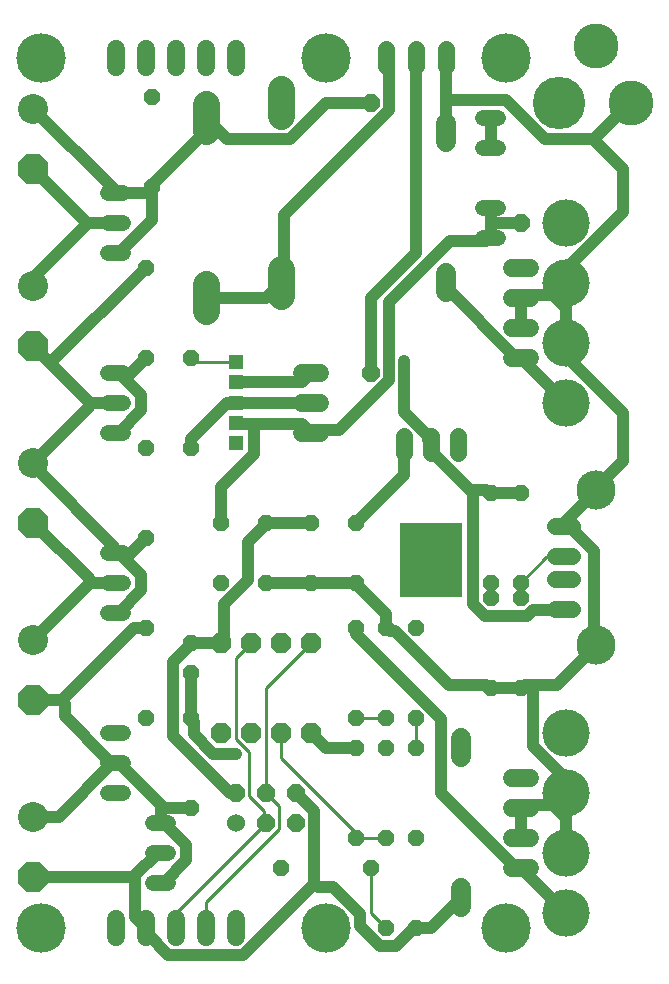
<source format=gtl>
G75*
%MOIN*%
%OFA0B0*%
%FSLAX24Y24*%
%IPPOS*%
%LPD*%
%AMOC8*
5,1,8,0,0,1.08239X$1,22.5*
%
%ADD10C,0.1000*%
%ADD11OC8,0.1000*%
%ADD12OC8,0.0520*%
%ADD13C,0.0520*%
%ADD14OC8,0.0600*%
%ADD15C,0.0560*%
%ADD16C,0.0885*%
%ADD17R,0.0515X0.0515*%
%ADD18OC8,0.0680*%
%ADD19C,0.0550*%
%ADD20R,0.2100X0.2450*%
%ADD21C,0.0600*%
%ADD22C,0.1575*%
%ADD23C,0.1650*%
%ADD24C,0.1750*%
%ADD25C,0.1500*%
%ADD26C,0.0600*%
%ADD27C,0.0574*%
%ADD28C,0.1306*%
%ADD29C,0.0660*%
%ADD30C,0.0400*%
%ADD31C,0.0400*%
%ADD32C,0.0100*%
D10*
X002880Y005880D03*
X002880Y011780D03*
X002880Y017680D03*
X002880Y023580D03*
X002880Y029480D03*
D11*
X002880Y027480D03*
X002880Y021580D03*
X002880Y015680D03*
X002880Y009780D03*
X002880Y003880D03*
D12*
X006630Y009180D03*
X008130Y009180D03*
X008130Y010680D03*
X008130Y011680D03*
X006630Y012180D03*
X009130Y013680D03*
X010630Y013680D03*
X012130Y013680D03*
X013630Y013680D03*
X013630Y012180D03*
X014630Y012180D03*
X015630Y012180D03*
X018130Y013180D03*
X018130Y013680D03*
X019130Y013680D03*
X019130Y013180D03*
X019130Y010180D03*
X018130Y010180D03*
X015630Y009180D03*
X015630Y008180D03*
X014630Y008180D03*
X014630Y009180D03*
X013630Y009180D03*
X013630Y008180D03*
X013630Y005180D03*
X014130Y004180D03*
X014630Y005180D03*
X015630Y005180D03*
X015630Y002180D03*
X014630Y002180D03*
X011130Y004180D03*
X008130Y006180D03*
X006630Y015180D03*
X009130Y015680D03*
X010630Y015680D03*
X012130Y015680D03*
X013630Y015680D03*
X018130Y016680D03*
X019130Y016680D03*
X008130Y018180D03*
X006630Y018180D03*
X006630Y021180D03*
X008130Y021180D03*
X006630Y024180D03*
X006830Y026880D03*
X006830Y029880D03*
D13*
X005890Y026680D02*
X005370Y026680D01*
X005370Y025680D02*
X005890Y025680D01*
X005890Y024680D02*
X005370Y024680D01*
X005370Y020680D02*
X005890Y020680D01*
X005890Y019680D02*
X005370Y019680D01*
X005370Y018680D02*
X005890Y018680D01*
X005890Y014680D02*
X005370Y014680D01*
X005370Y013680D02*
X005890Y013680D01*
X005890Y012680D02*
X005370Y012680D01*
X005370Y008680D02*
X005890Y008680D01*
X005890Y007680D02*
X005370Y007680D01*
X005370Y006680D02*
X005890Y006680D01*
X006870Y005680D02*
X007390Y005680D01*
X007390Y004680D02*
X006870Y004680D01*
X006870Y003680D02*
X007390Y003680D01*
X017870Y025180D02*
X018390Y025180D01*
X018390Y026180D02*
X017870Y026180D01*
X017870Y028180D02*
X018390Y028180D01*
X018390Y029180D02*
X017870Y029180D01*
D14*
X019130Y025680D03*
X014130Y029680D03*
X014130Y020680D03*
X011630Y006680D03*
X011630Y005680D03*
X010630Y005680D03*
X010630Y006680D03*
X009630Y006680D03*
D15*
X014630Y030900D02*
X014630Y031460D01*
X015630Y031460D02*
X015630Y030900D01*
X016630Y030900D02*
X016630Y031460D01*
D16*
X011130Y030123D02*
X011130Y029238D01*
X008630Y029623D02*
X008630Y028738D01*
X011130Y024123D02*
X011130Y023238D01*
X008630Y023623D02*
X008630Y022738D01*
D17*
X009630Y021020D03*
X009630Y020350D03*
X009630Y019680D03*
X009630Y019010D03*
X009630Y018340D03*
D18*
X009130Y011680D03*
X010130Y011680D03*
X011130Y011680D03*
X012130Y011680D03*
X012130Y008680D03*
X011130Y008680D03*
X010130Y008680D03*
X009130Y008680D03*
D19*
X015230Y018005D02*
X015230Y018555D01*
X016130Y018555D02*
X016130Y018005D01*
X017030Y018005D02*
X017030Y018555D01*
D20*
X016130Y014430D03*
D21*
X012430Y018680D02*
X011830Y018680D01*
X011830Y019680D02*
X012430Y019680D01*
X012430Y020680D02*
X011830Y020680D01*
X018830Y021180D02*
X019430Y021180D01*
X019430Y022180D02*
X018830Y022180D01*
X018830Y023180D02*
X019430Y023180D01*
X019430Y024180D02*
X018830Y024180D01*
X009630Y030880D02*
X009630Y031480D01*
X008630Y031480D02*
X008630Y030880D01*
X007630Y030880D02*
X007630Y031480D01*
X006630Y031480D02*
X006630Y030880D01*
X005630Y030880D02*
X005630Y031480D01*
X018830Y007180D02*
X019430Y007180D01*
X019430Y006180D02*
X018830Y006180D01*
X018830Y005180D02*
X019430Y005180D01*
X019430Y004180D02*
X018830Y004180D01*
X009630Y002480D02*
X009630Y001880D01*
X008630Y001880D02*
X008630Y002480D01*
X007630Y002480D02*
X007630Y001880D01*
X006630Y001880D02*
X006630Y002480D01*
X005630Y002480D02*
X005630Y001880D01*
D22*
X020630Y002680D03*
X020630Y004680D03*
X020630Y006680D03*
X020630Y008680D03*
X020630Y019680D03*
X020630Y021680D03*
X020630Y023680D03*
X020630Y025680D03*
D23*
X003130Y002180D03*
X012630Y002180D03*
X018630Y002180D03*
X018630Y031180D03*
X012630Y031180D03*
X003130Y031180D03*
D24*
X020410Y029680D03*
D25*
X021630Y031570D03*
X022811Y029680D03*
D26*
X009630Y005680D03*
D27*
X020276Y012802D02*
X020850Y012802D01*
X020850Y013786D02*
X020276Y013786D01*
X020276Y014574D02*
X020850Y014574D01*
X020850Y015558D02*
X020276Y015558D01*
D28*
X021630Y016767D03*
X021630Y011593D03*
D29*
X017130Y008510D02*
X017130Y007850D01*
X017130Y003510D02*
X017130Y002850D01*
X016630Y023350D02*
X016630Y024010D01*
X016630Y028350D02*
X016630Y029010D01*
D30*
X016630Y028680D02*
X016630Y029780D01*
X018630Y029780D01*
X019930Y028480D01*
X021580Y028480D01*
X021680Y028330D01*
X022530Y027480D01*
X022530Y026030D01*
X020680Y024180D01*
X020680Y023880D01*
X020630Y023680D01*
X020330Y023130D01*
X020630Y022830D01*
X020630Y021680D01*
X020730Y021530D01*
X020730Y021130D01*
X022530Y019330D01*
X022530Y017730D01*
X021730Y016930D01*
X021630Y016767D01*
X021630Y016730D01*
X020580Y015680D01*
X020580Y015580D01*
X020563Y015558D01*
X020780Y015530D01*
X021580Y014730D01*
X021580Y011780D01*
X021630Y011593D01*
X021630Y011580D01*
X020330Y010280D01*
X019530Y010280D01*
X019530Y008230D01*
X020630Y007130D01*
X020630Y006680D01*
X020330Y006130D01*
X020630Y005830D01*
X020630Y004680D01*
X020230Y006280D02*
X019280Y006280D01*
X019130Y006180D01*
X019130Y005180D01*
X019130Y004180D02*
X020630Y002680D01*
X019130Y004180D02*
X018980Y004180D01*
X016480Y006680D01*
X016480Y009130D01*
X013630Y011980D01*
X013630Y012180D01*
X014630Y012180D02*
X014780Y012080D01*
X014930Y012080D01*
X016730Y010280D01*
X017980Y010280D01*
X018130Y010180D01*
X019130Y010180D01*
X019280Y010280D01*
X019530Y010280D01*
X019330Y012580D02*
X017930Y012580D01*
X017530Y012980D01*
X017530Y016630D01*
X017430Y016780D01*
X017980Y016780D01*
X018130Y016680D01*
X019130Y016680D01*
X017430Y016780D02*
X016130Y018080D01*
X016130Y018280D01*
X016030Y018430D01*
X016030Y018580D01*
X015230Y019380D01*
X015230Y021080D01*
X014730Y020430D02*
X013080Y018780D01*
X012280Y018780D01*
X012130Y018680D01*
X011830Y018980D01*
X010230Y018980D01*
X010230Y017980D01*
X009130Y016880D01*
X009130Y015680D01*
X010030Y015030D02*
X010530Y015530D01*
X010630Y015680D01*
X012130Y015680D01*
X013630Y015680D02*
X015230Y017280D01*
X015230Y018280D01*
X014730Y020430D02*
X014730Y023030D01*
X016780Y025080D01*
X017980Y025080D01*
X018130Y025180D01*
X018130Y025680D01*
X019130Y025680D01*
X018130Y025680D02*
X018130Y026180D01*
X018130Y028180D02*
X018130Y029180D01*
X016630Y029780D02*
X016630Y031180D01*
X015630Y031180D02*
X015630Y024680D01*
X014130Y023180D01*
X014130Y020680D01*
X012130Y020680D02*
X011830Y020380D01*
X009630Y020380D01*
X009630Y020350D01*
X009630Y019680D02*
X009330Y019680D01*
X008130Y018480D01*
X008130Y018180D01*
X009630Y018980D02*
X009630Y019010D01*
X009630Y018980D02*
X010230Y018980D01*
X009630Y019680D02*
X012130Y019680D01*
X010630Y023180D02*
X011130Y023680D01*
X011230Y023830D01*
X011230Y025930D01*
X014730Y029430D01*
X014730Y031080D01*
X014630Y031180D01*
X014130Y029680D02*
X012630Y029680D01*
X011430Y028480D01*
X009330Y028480D01*
X008630Y029180D01*
X008730Y028830D01*
X006930Y027030D01*
X006830Y026880D01*
X006680Y026680D01*
X005630Y026680D01*
X005530Y026830D01*
X002880Y029480D01*
X002880Y027480D02*
X004680Y025680D01*
X004580Y025530D01*
X002880Y023830D01*
X002880Y023580D01*
X002880Y021580D02*
X003455Y021005D01*
X006630Y024180D01*
X005730Y024680D02*
X006830Y025780D01*
X006830Y026880D01*
X005630Y025680D02*
X004680Y025680D01*
X005630Y024680D02*
X005730Y024680D01*
X008630Y023180D02*
X010630Y023180D01*
X006630Y021180D02*
X006030Y020580D01*
X005630Y020680D01*
X005730Y020680D01*
X006480Y019930D01*
X006480Y019430D01*
X005730Y018680D01*
X005630Y018680D01*
X005630Y019680D02*
X004780Y019680D01*
X004730Y019530D01*
X002880Y017680D01*
X002930Y017530D01*
X005580Y014880D01*
X005630Y014680D01*
X006030Y014580D01*
X006630Y015180D01*
X005730Y014680D02*
X006480Y013930D01*
X006480Y013430D01*
X005730Y012680D01*
X005630Y012680D01*
X006230Y012180D02*
X003830Y009780D01*
X003930Y009630D01*
X003930Y009230D01*
X005380Y007780D01*
X005630Y007680D01*
X005480Y007630D01*
X003730Y005880D01*
X002880Y005880D01*
X002880Y003880D02*
X006130Y003880D01*
X006280Y003930D01*
X006280Y002530D01*
X006630Y002180D01*
X006730Y002030D01*
X006730Y001930D01*
X007380Y001280D01*
X009880Y001280D01*
X012230Y003630D01*
X012380Y003530D01*
X012880Y003530D01*
X013780Y002630D01*
X013780Y002230D01*
X014430Y001580D01*
X014980Y001580D01*
X015480Y002080D01*
X015630Y002180D01*
X016130Y002180D01*
X017130Y003180D01*
X020230Y006280D02*
X020630Y006680D01*
X019330Y012580D02*
X019530Y012780D01*
X020530Y012780D01*
X020563Y012802D01*
X020630Y019680D02*
X019130Y021180D01*
X018980Y021180D01*
X016630Y023530D01*
X016630Y023680D01*
X019130Y023180D02*
X019130Y022180D01*
X019130Y023180D02*
X019280Y023280D01*
X020230Y023280D01*
X020630Y023680D01*
X021580Y028480D02*
X022780Y029680D01*
X022811Y029680D01*
X010030Y015030D02*
X010030Y013780D01*
X009230Y012980D01*
X009230Y011830D01*
X009130Y011680D01*
X008130Y011680D01*
X008030Y011530D01*
X007530Y011030D01*
X007530Y008580D01*
X009430Y006680D01*
X009630Y006680D01*
X009630Y007980D02*
X008880Y007980D01*
X008230Y008630D01*
X008230Y009030D01*
X008130Y009180D01*
X008130Y010680D01*
X006630Y012180D02*
X006230Y012180D01*
X005630Y013680D02*
X004780Y013680D01*
X004730Y013830D01*
X002880Y015680D01*
X004780Y013680D02*
X002880Y011780D01*
X002880Y009780D02*
X003830Y009780D01*
X005630Y007680D02*
X005730Y007680D01*
X007130Y006280D01*
X007280Y006180D01*
X008130Y006180D01*
X007130Y006280D02*
X007130Y005680D01*
X007280Y005630D01*
X007980Y004930D01*
X007980Y004430D01*
X007230Y003680D01*
X007130Y003680D01*
X006280Y003930D02*
X007030Y004680D01*
X007130Y004680D01*
X011630Y006680D02*
X012230Y006080D01*
X012230Y003630D01*
X012630Y008180D02*
X012130Y008680D01*
X012630Y008180D02*
X013630Y008180D01*
X014630Y012180D02*
X014630Y012630D01*
X013730Y013530D01*
X013630Y013680D01*
X012130Y013680D01*
X010630Y013680D01*
X005730Y014680D02*
X005630Y014680D01*
X004780Y019680D02*
X003455Y021005D01*
D31*
X009630Y007980D03*
X015230Y021080D03*
D32*
X019980Y014530D02*
X019130Y013680D01*
X019130Y013180D01*
X018130Y013180D02*
X018130Y013680D01*
X019980Y014530D02*
X020530Y014530D01*
X020563Y014574D01*
X015630Y009180D02*
X015630Y008180D01*
X014630Y009180D02*
X013630Y009180D01*
X012130Y011680D02*
X010630Y010180D01*
X010630Y006680D01*
X011080Y006230D01*
X011080Y005480D01*
X008630Y003030D01*
X008630Y002180D01*
X007630Y002180D02*
X007630Y002680D01*
X010630Y005680D01*
X010580Y005680D01*
X010580Y006080D01*
X010080Y006580D01*
X010080Y008030D01*
X009630Y008480D01*
X009630Y011180D01*
X010130Y011680D01*
X011130Y008680D02*
X011130Y007830D01*
X013630Y005330D01*
X013630Y005180D01*
X014630Y005180D01*
X014130Y004180D02*
X014130Y002680D01*
X014630Y002180D01*
X009630Y021020D02*
X009630Y021030D01*
X008280Y021030D01*
X008130Y021180D01*
M02*

</source>
